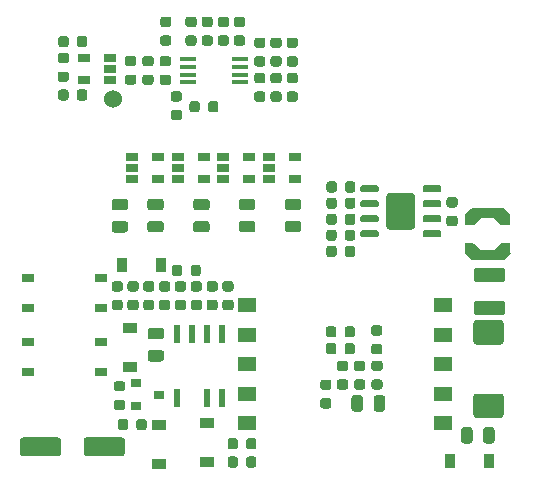
<source format=gbr>
%TF.GenerationSoftware,KiCad,Pcbnew,5.1.9+dfsg1-1~bpo10+1*%
%TF.CreationDate,2022-03-24T11:03:47+03:00*%
%TF.ProjectId,Anemometr,416e656d-6f6d-4657-9472-2e6b69636164,rev?*%
%TF.SameCoordinates,Original*%
%TF.FileFunction,Soldermask,Bot*%
%TF.FilePolarity,Negative*%
%FSLAX46Y46*%
G04 Gerber Fmt 4.6, Leading zero omitted, Abs format (unit mm)*
G04 Created by KiCad (PCBNEW 5.1.9+dfsg1-1~bpo10+1) date 2022-03-24 11:03:47*
%MOMM*%
%LPD*%
G01*
G04 APERTURE LIST*
%ADD10C,0.100000*%
%ADD11R,0.775000X0.890000*%
%ADD12R,2.790000X0.870000*%
%ADD13R,1.060000X0.650000*%
%ADD14R,1.550000X1.270000*%
%ADD15R,1.000000X0.800000*%
%ADD16R,0.900000X0.800000*%
%ADD17R,1.200000X0.900000*%
%ADD18R,0.900000X1.200000*%
%ADD19R,0.600000X1.550000*%
%ADD20C,1.524000*%
%ADD21R,1.450000X0.450000*%
G04 APERTURE END LIST*
D10*
%TO.C,L5*%
G36*
X62171221Y-84047650D02*
G01*
X61618204Y-84610405D01*
X61261579Y-84259950D01*
X61814596Y-83697195D01*
X62171221Y-84047650D01*
G37*
G36*
X61742874Y-83518032D02*
G01*
X61148133Y-84098415D01*
X60798926Y-83740568D01*
X61393667Y-83160185D01*
X61742874Y-83518032D01*
G37*
D11*
X61780900Y-83605300D03*
D10*
G36*
X58828596Y-84610405D02*
G01*
X58275579Y-84047650D01*
X58632204Y-83697195D01*
X59185221Y-84259950D01*
X58828596Y-84610405D01*
G37*
G36*
X59298667Y-84098415D02*
G01*
X58703926Y-83518032D01*
X59053133Y-83160185D01*
X59647874Y-83740568D01*
X59298667Y-84098415D01*
G37*
D11*
X58665900Y-83605300D03*
D12*
X60223400Y-84175300D03*
D10*
G36*
X61393667Y-81660415D02*
G01*
X60798926Y-81080032D01*
X61148133Y-80722185D01*
X61742874Y-81302568D01*
X61393667Y-81660415D01*
G37*
D11*
X61780900Y-81215300D03*
D10*
G36*
X61814596Y-81123405D02*
G01*
X61261579Y-80560650D01*
X61618204Y-80210195D01*
X62171221Y-80772950D01*
X61814596Y-81123405D01*
G37*
G36*
X59185221Y-80560650D02*
G01*
X58632204Y-81123405D01*
X58275579Y-80772950D01*
X58828596Y-80210195D01*
X59185221Y-80560650D01*
G37*
G36*
X59647874Y-81080032D02*
G01*
X59053133Y-81660415D01*
X58703926Y-81302568D01*
X59298667Y-80722185D01*
X59647874Y-81080032D01*
G37*
D11*
X58665900Y-81215300D03*
D12*
X60223400Y-80645300D03*
%TD*%
%TO.C,C54*%
G36*
G01*
X61463500Y-86512100D02*
X59313500Y-86512100D01*
G75*
G02*
X59063500Y-86262100I0J250000D01*
G01*
X59063500Y-85512100D01*
G75*
G02*
X59313500Y-85262100I250000J0D01*
G01*
X61463500Y-85262100D01*
G75*
G02*
X61713500Y-85512100I0J-250000D01*
G01*
X61713500Y-86262100D01*
G75*
G02*
X61463500Y-86512100I-250000J0D01*
G01*
G37*
G36*
G01*
X61463500Y-89312100D02*
X59313500Y-89312100D01*
G75*
G02*
X59063500Y-89062100I0J250000D01*
G01*
X59063500Y-88312100D01*
G75*
G02*
X59313500Y-88062100I250000J0D01*
G01*
X61463500Y-88062100D01*
G75*
G02*
X61713500Y-88312100I0J-250000D01*
G01*
X61713500Y-89062100D01*
G75*
G02*
X61463500Y-89312100I-250000J0D01*
G01*
G37*
%TD*%
%TO.C,R42*%
G36*
G01*
X47440100Y-82268350D02*
X47440100Y-82780850D01*
G75*
G02*
X47221350Y-82999600I-218750J0D01*
G01*
X46783850Y-82999600D01*
G75*
G02*
X46565100Y-82780850I0J218750D01*
G01*
X46565100Y-82268350D01*
G75*
G02*
X46783850Y-82049600I218750J0D01*
G01*
X47221350Y-82049600D01*
G75*
G02*
X47440100Y-82268350I0J-218750D01*
G01*
G37*
G36*
G01*
X49015100Y-82268350D02*
X49015100Y-82780850D01*
G75*
G02*
X48796350Y-82999600I-218750J0D01*
G01*
X48358850Y-82999600D01*
G75*
G02*
X48140100Y-82780850I0J218750D01*
G01*
X48140100Y-82268350D01*
G75*
G02*
X48358850Y-82049600I218750J0D01*
G01*
X48796350Y-82049600D01*
G75*
G02*
X49015100Y-82268350I0J-218750D01*
G01*
G37*
%TD*%
%TO.C,R41*%
G36*
G01*
X47452800Y-80922150D02*
X47452800Y-81434650D01*
G75*
G02*
X47234050Y-81653400I-218750J0D01*
G01*
X46796550Y-81653400D01*
G75*
G02*
X46577800Y-81434650I0J218750D01*
G01*
X46577800Y-80922150D01*
G75*
G02*
X46796550Y-80703400I218750J0D01*
G01*
X47234050Y-80703400D01*
G75*
G02*
X47452800Y-80922150I0J-218750D01*
G01*
G37*
G36*
G01*
X49027800Y-80922150D02*
X49027800Y-81434650D01*
G75*
G02*
X48809050Y-81653400I-218750J0D01*
G01*
X48371550Y-81653400D01*
G75*
G02*
X48152800Y-81434650I0J218750D01*
G01*
X48152800Y-80922150D01*
G75*
G02*
X48371550Y-80703400I218750J0D01*
G01*
X48809050Y-80703400D01*
G75*
G02*
X49027800Y-80922150I0J-218750D01*
G01*
G37*
%TD*%
%TO.C,D17*%
G36*
G01*
X54720100Y-82560300D02*
X54720100Y-82260300D01*
G75*
G02*
X54870100Y-82110300I150000J0D01*
G01*
X56170100Y-82110300D01*
G75*
G02*
X56320100Y-82260300I0J-150000D01*
G01*
X56320100Y-82560300D01*
G75*
G02*
X56170100Y-82710300I-150000J0D01*
G01*
X54870100Y-82710300D01*
G75*
G02*
X54720100Y-82560300I0J150000D01*
G01*
G37*
G36*
G01*
X54720100Y-81290300D02*
X54720100Y-80990300D01*
G75*
G02*
X54870100Y-80840300I150000J0D01*
G01*
X56170100Y-80840300D01*
G75*
G02*
X56320100Y-80990300I0J-150000D01*
G01*
X56320100Y-81290300D01*
G75*
G02*
X56170100Y-81440300I-150000J0D01*
G01*
X54870100Y-81440300D01*
G75*
G02*
X54720100Y-81290300I0J150000D01*
G01*
G37*
G36*
G01*
X54720100Y-80020300D02*
X54720100Y-79720300D01*
G75*
G02*
X54870100Y-79570300I150000J0D01*
G01*
X56170100Y-79570300D01*
G75*
G02*
X56320100Y-79720300I0J-150000D01*
G01*
X56320100Y-80020300D01*
G75*
G02*
X56170100Y-80170300I-150000J0D01*
G01*
X54870100Y-80170300D01*
G75*
G02*
X54720100Y-80020300I0J150000D01*
G01*
G37*
G36*
G01*
X54720100Y-78750300D02*
X54720100Y-78450300D01*
G75*
G02*
X54870100Y-78300300I150000J0D01*
G01*
X56170100Y-78300300D01*
G75*
G02*
X56320100Y-78450300I0J-150000D01*
G01*
X56320100Y-78750300D01*
G75*
G02*
X56170100Y-78900300I-150000J0D01*
G01*
X54870100Y-78900300D01*
G75*
G02*
X54720100Y-78750300I0J150000D01*
G01*
G37*
G36*
G01*
X49420100Y-78750300D02*
X49420100Y-78450300D01*
G75*
G02*
X49570100Y-78300300I150000J0D01*
G01*
X50870100Y-78300300D01*
G75*
G02*
X51020100Y-78450300I0J-150000D01*
G01*
X51020100Y-78750300D01*
G75*
G02*
X50870100Y-78900300I-150000J0D01*
G01*
X49570100Y-78900300D01*
G75*
G02*
X49420100Y-78750300I0J150000D01*
G01*
G37*
G36*
G01*
X49420100Y-80020300D02*
X49420100Y-79720300D01*
G75*
G02*
X49570100Y-79570300I150000J0D01*
G01*
X50870100Y-79570300D01*
G75*
G02*
X51020100Y-79720300I0J-150000D01*
G01*
X51020100Y-80020300D01*
G75*
G02*
X50870100Y-80170300I-150000J0D01*
G01*
X49570100Y-80170300D01*
G75*
G02*
X49420100Y-80020300I0J150000D01*
G01*
G37*
G36*
G01*
X49420100Y-81290300D02*
X49420100Y-80990300D01*
G75*
G02*
X49570100Y-80840300I150000J0D01*
G01*
X50870100Y-80840300D01*
G75*
G02*
X51020100Y-80990300I0J-150000D01*
G01*
X51020100Y-81290300D01*
G75*
G02*
X50870100Y-81440300I-150000J0D01*
G01*
X49570100Y-81440300D01*
G75*
G02*
X49420100Y-81290300I0J150000D01*
G01*
G37*
G36*
G01*
X49420100Y-82560300D02*
X49420100Y-82260300D01*
G75*
G02*
X49570100Y-82110300I150000J0D01*
G01*
X50870100Y-82110300D01*
G75*
G02*
X51020100Y-82260300I0J-150000D01*
G01*
X51020100Y-82560300D01*
G75*
G02*
X50870100Y-82710300I-150000J0D01*
G01*
X49570100Y-82710300D01*
G75*
G02*
X49420100Y-82560300I0J150000D01*
G01*
G37*
G36*
G01*
X51665100Y-81805302D02*
X51665100Y-79205298D01*
G75*
G02*
X51915098Y-78955300I249998J0D01*
G01*
X53825102Y-78955300D01*
G75*
G02*
X54075100Y-79205298I0J-249998D01*
G01*
X54075100Y-81805302D01*
G75*
G02*
X53825102Y-82055300I-249998J0D01*
G01*
X51915098Y-82055300D01*
G75*
G02*
X51665100Y-81805302I0J249998D01*
G01*
G37*
%TD*%
%TO.C,C57*%
G36*
G01*
X48140100Y-84152450D02*
X48140100Y-83639950D01*
G75*
G02*
X48358850Y-83421200I218750J0D01*
G01*
X48796350Y-83421200D01*
G75*
G02*
X49015100Y-83639950I0J-218750D01*
G01*
X49015100Y-84152450D01*
G75*
G02*
X48796350Y-84371200I-218750J0D01*
G01*
X48358850Y-84371200D01*
G75*
G02*
X48140100Y-84152450I0J218750D01*
G01*
G37*
G36*
G01*
X46565100Y-84152450D02*
X46565100Y-83639950D01*
G75*
G02*
X46783850Y-83421200I218750J0D01*
G01*
X47221350Y-83421200D01*
G75*
G02*
X47440100Y-83639950I0J-218750D01*
G01*
X47440100Y-84152450D01*
G75*
G02*
X47221350Y-84371200I-218750J0D01*
G01*
X46783850Y-84371200D01*
G75*
G02*
X46565100Y-84152450I0J218750D01*
G01*
G37*
%TD*%
%TO.C,C55*%
G36*
G01*
X29551950Y-80423600D02*
X28639450Y-80423600D01*
G75*
G02*
X28395700Y-80179850I0J243750D01*
G01*
X28395700Y-79692350D01*
G75*
G02*
X28639450Y-79448600I243750J0D01*
G01*
X29551950Y-79448600D01*
G75*
G02*
X29795700Y-79692350I0J-243750D01*
G01*
X29795700Y-80179850D01*
G75*
G02*
X29551950Y-80423600I-243750J0D01*
G01*
G37*
G36*
G01*
X29551950Y-82298600D02*
X28639450Y-82298600D01*
G75*
G02*
X28395700Y-82054850I0J243750D01*
G01*
X28395700Y-81567350D01*
G75*
G02*
X28639450Y-81323600I243750J0D01*
G01*
X29551950Y-81323600D01*
G75*
G02*
X29795700Y-81567350I0J-243750D01*
G01*
X29795700Y-82054850D01*
G75*
G02*
X29551950Y-82298600I-243750J0D01*
G01*
G37*
%TD*%
%TO.C,C53*%
G36*
G01*
X57469750Y-80180700D02*
X56957250Y-80180700D01*
G75*
G02*
X56738500Y-79961950I0J218750D01*
G01*
X56738500Y-79524450D01*
G75*
G02*
X56957250Y-79305700I218750J0D01*
G01*
X57469750Y-79305700D01*
G75*
G02*
X57688500Y-79524450I0J-218750D01*
G01*
X57688500Y-79961950D01*
G75*
G02*
X57469750Y-80180700I-218750J0D01*
G01*
G37*
G36*
G01*
X57469750Y-81755700D02*
X56957250Y-81755700D01*
G75*
G02*
X56738500Y-81536950I0J218750D01*
G01*
X56738500Y-81099450D01*
G75*
G02*
X56957250Y-80880700I218750J0D01*
G01*
X57469750Y-80880700D01*
G75*
G02*
X57688500Y-81099450I0J-218750D01*
G01*
X57688500Y-81536950D01*
G75*
G02*
X57469750Y-81755700I-218750J0D01*
G01*
G37*
%TD*%
%TO.C,C52*%
G36*
G01*
X48152800Y-78691450D02*
X48152800Y-78178950D01*
G75*
G02*
X48371550Y-77960200I218750J0D01*
G01*
X48809050Y-77960200D01*
G75*
G02*
X49027800Y-78178950I0J-218750D01*
G01*
X49027800Y-78691450D01*
G75*
G02*
X48809050Y-78910200I-218750J0D01*
G01*
X48371550Y-78910200D01*
G75*
G02*
X48152800Y-78691450I0J218750D01*
G01*
G37*
G36*
G01*
X46577800Y-78691450D02*
X46577800Y-78178950D01*
G75*
G02*
X46796550Y-77960200I218750J0D01*
G01*
X47234050Y-77960200D01*
G75*
G02*
X47452800Y-78178950I0J-218750D01*
G01*
X47452800Y-78691450D01*
G75*
G02*
X47234050Y-78910200I-218750J0D01*
G01*
X46796550Y-78910200D01*
G75*
G02*
X46577800Y-78691450I0J218750D01*
G01*
G37*
%TD*%
%TO.C,C32*%
G36*
G01*
X48152800Y-80063050D02*
X48152800Y-79550550D01*
G75*
G02*
X48371550Y-79331800I218750J0D01*
G01*
X48809050Y-79331800D01*
G75*
G02*
X49027800Y-79550550I0J-218750D01*
G01*
X49027800Y-80063050D01*
G75*
G02*
X48809050Y-80281800I-218750J0D01*
G01*
X48371550Y-80281800D01*
G75*
G02*
X48152800Y-80063050I0J218750D01*
G01*
G37*
G36*
G01*
X46577800Y-80063050D02*
X46577800Y-79550550D01*
G75*
G02*
X46796550Y-79331800I218750J0D01*
G01*
X47234050Y-79331800D01*
G75*
G02*
X47452800Y-79550550I0J-218750D01*
G01*
X47452800Y-80063050D01*
G75*
G02*
X47234050Y-80281800I-218750J0D01*
G01*
X46796550Y-80281800D01*
G75*
G02*
X46577800Y-80063050I0J218750D01*
G01*
G37*
%TD*%
%TO.C,C30*%
G36*
G01*
X59847900Y-99922650D02*
X59847900Y-99010150D01*
G75*
G02*
X60091650Y-98766400I243750J0D01*
G01*
X60579150Y-98766400D01*
G75*
G02*
X60822900Y-99010150I0J-243750D01*
G01*
X60822900Y-99922650D01*
G75*
G02*
X60579150Y-100166400I-243750J0D01*
G01*
X60091650Y-100166400D01*
G75*
G02*
X59847900Y-99922650I0J243750D01*
G01*
G37*
G36*
G01*
X57972900Y-99922650D02*
X57972900Y-99010150D01*
G75*
G02*
X58216650Y-98766400I243750J0D01*
G01*
X58704150Y-98766400D01*
G75*
G02*
X58947900Y-99010150I0J-243750D01*
G01*
X58947900Y-99922650D01*
G75*
G02*
X58704150Y-100166400I-243750J0D01*
G01*
X58216650Y-100166400D01*
G75*
G02*
X57972900Y-99922650I0J243750D01*
G01*
G37*
%TD*%
D13*
%TO.C,U2*%
X30091200Y-77759600D03*
X30091200Y-76809600D03*
X30091200Y-75859600D03*
X32291200Y-75859600D03*
X32291200Y-77759600D03*
%TD*%
%TO.C,C50*%
G36*
G01*
X61324600Y-98003000D02*
X59274600Y-98003000D01*
G75*
G02*
X59024600Y-97753000I0J250000D01*
G01*
X59024600Y-96178000D01*
G75*
G02*
X59274600Y-95928000I250000J0D01*
G01*
X61324600Y-95928000D01*
G75*
G02*
X61574600Y-96178000I0J-250000D01*
G01*
X61574600Y-97753000D01*
G75*
G02*
X61324600Y-98003000I-250000J0D01*
G01*
G37*
G36*
G01*
X61324600Y-91778000D02*
X59274600Y-91778000D01*
G75*
G02*
X59024600Y-91528000I0J250000D01*
G01*
X59024600Y-89953000D01*
G75*
G02*
X59274600Y-89703000I250000J0D01*
G01*
X61324600Y-89703000D01*
G75*
G02*
X61574600Y-89953000I0J-250000D01*
G01*
X61574600Y-91528000D01*
G75*
G02*
X61324600Y-91778000I-250000J0D01*
G01*
G37*
%TD*%
%TO.C,R24*%
G36*
G01*
X29313850Y-97325900D02*
X28801350Y-97325900D01*
G75*
G02*
X28582600Y-97107150I0J218750D01*
G01*
X28582600Y-96669650D01*
G75*
G02*
X28801350Y-96450900I218750J0D01*
G01*
X29313850Y-96450900D01*
G75*
G02*
X29532600Y-96669650I0J-218750D01*
G01*
X29532600Y-97107150D01*
G75*
G02*
X29313850Y-97325900I-218750J0D01*
G01*
G37*
G36*
G01*
X29313850Y-95750900D02*
X28801350Y-95750900D01*
G75*
G02*
X28582600Y-95532150I0J218750D01*
G01*
X28582600Y-95094650D01*
G75*
G02*
X28801350Y-94875900I218750J0D01*
G01*
X29313850Y-94875900D01*
G75*
G02*
X29532600Y-95094650I0J-218750D01*
G01*
X29532600Y-95532150D01*
G75*
G02*
X29313850Y-95750900I-218750J0D01*
G01*
G37*
%TD*%
D14*
%TO.C,D14*%
X39875700Y-98433900D03*
X39875700Y-95933900D03*
X39875700Y-93433900D03*
X39875700Y-90933900D03*
X39875700Y-88433900D03*
X56415700Y-88433900D03*
X56415700Y-90933900D03*
X56415700Y-93433900D03*
X56415700Y-95933900D03*
X56415700Y-98433900D03*
%TD*%
%TO.C,R21*%
G36*
G01*
X33966618Y-86417700D02*
X34479118Y-86417700D01*
G75*
G02*
X34697868Y-86636450I0J-218750D01*
G01*
X34697868Y-87073950D01*
G75*
G02*
X34479118Y-87292700I-218750J0D01*
G01*
X33966618Y-87292700D01*
G75*
G02*
X33747868Y-87073950I0J218750D01*
G01*
X33747868Y-86636450D01*
G75*
G02*
X33966618Y-86417700I218750J0D01*
G01*
G37*
G36*
G01*
X33966618Y-87992700D02*
X34479118Y-87992700D01*
G75*
G02*
X34697868Y-88211450I0J-218750D01*
G01*
X34697868Y-88648950D01*
G75*
G02*
X34479118Y-88867700I-218750J0D01*
G01*
X33966618Y-88867700D01*
G75*
G02*
X33747868Y-88648950I0J218750D01*
G01*
X33747868Y-88211450D01*
G75*
G02*
X33966618Y-87992700I218750J0D01*
G01*
G37*
%TD*%
%TO.C,R28*%
G36*
G01*
X38495944Y-88867700D02*
X37983444Y-88867700D01*
G75*
G02*
X37764694Y-88648950I0J218750D01*
G01*
X37764694Y-88211450D01*
G75*
G02*
X37983444Y-87992700I218750J0D01*
G01*
X38495944Y-87992700D01*
G75*
G02*
X38714694Y-88211450I0J-218750D01*
G01*
X38714694Y-88648950D01*
G75*
G02*
X38495944Y-88867700I-218750J0D01*
G01*
G37*
G36*
G01*
X38495944Y-87292700D02*
X37983444Y-87292700D01*
G75*
G02*
X37764694Y-87073950I0J218750D01*
G01*
X37764694Y-86636450D01*
G75*
G02*
X37983444Y-86417700I218750J0D01*
G01*
X38495944Y-86417700D01*
G75*
G02*
X38714694Y-86636450I0J-218750D01*
G01*
X38714694Y-87073950D01*
G75*
G02*
X38495944Y-87292700I-218750J0D01*
G01*
G37*
%TD*%
%TO.C,R22*%
G36*
G01*
X35818060Y-88867700D02*
X35305560Y-88867700D01*
G75*
G02*
X35086810Y-88648950I0J218750D01*
G01*
X35086810Y-88211450D01*
G75*
G02*
X35305560Y-87992700I218750J0D01*
G01*
X35818060Y-87992700D01*
G75*
G02*
X36036810Y-88211450I0J-218750D01*
G01*
X36036810Y-88648950D01*
G75*
G02*
X35818060Y-88867700I-218750J0D01*
G01*
G37*
G36*
G01*
X35818060Y-87292700D02*
X35305560Y-87292700D01*
G75*
G02*
X35086810Y-87073950I0J218750D01*
G01*
X35086810Y-86636450D01*
G75*
G02*
X35305560Y-86417700I218750J0D01*
G01*
X35818060Y-86417700D01*
G75*
G02*
X36036810Y-86636450I0J-218750D01*
G01*
X36036810Y-87073950D01*
G75*
G02*
X35818060Y-87292700I-218750J0D01*
G01*
G37*
%TD*%
D15*
%TO.C,D15*%
X21309000Y-88684100D03*
X21309000Y-86144100D03*
X27459000Y-86144100D03*
X27459000Y-88684100D03*
%TD*%
%TO.C,R30*%
G36*
G01*
X28610850Y-86417700D02*
X29123350Y-86417700D01*
G75*
G02*
X29342100Y-86636450I0J-218750D01*
G01*
X29342100Y-87073950D01*
G75*
G02*
X29123350Y-87292700I-218750J0D01*
G01*
X28610850Y-87292700D01*
G75*
G02*
X28392100Y-87073950I0J218750D01*
G01*
X28392100Y-86636450D01*
G75*
G02*
X28610850Y-86417700I218750J0D01*
G01*
G37*
G36*
G01*
X28610850Y-87992700D02*
X29123350Y-87992700D01*
G75*
G02*
X29342100Y-88211450I0J-218750D01*
G01*
X29342100Y-88648950D01*
G75*
G02*
X29123350Y-88867700I-218750J0D01*
G01*
X28610850Y-88867700D01*
G75*
G02*
X28392100Y-88648950I0J218750D01*
G01*
X28392100Y-88211450D01*
G75*
G02*
X28610850Y-87992700I218750J0D01*
G01*
G37*
%TD*%
%TO.C,R23*%
G36*
G01*
X28912100Y-98808250D02*
X28912100Y-98295750D01*
G75*
G02*
X29130850Y-98077000I218750J0D01*
G01*
X29568350Y-98077000D01*
G75*
G02*
X29787100Y-98295750I0J-218750D01*
G01*
X29787100Y-98808250D01*
G75*
G02*
X29568350Y-99027000I-218750J0D01*
G01*
X29130850Y-99027000D01*
G75*
G02*
X28912100Y-98808250I0J218750D01*
G01*
G37*
G36*
G01*
X30487100Y-98808250D02*
X30487100Y-98295750D01*
G75*
G02*
X30705850Y-98077000I218750J0D01*
G01*
X31143350Y-98077000D01*
G75*
G02*
X31362100Y-98295750I0J-218750D01*
G01*
X31362100Y-98808250D01*
G75*
G02*
X31143350Y-99027000I-218750J0D01*
G01*
X30705850Y-99027000D01*
G75*
G02*
X30487100Y-98808250I0J218750D01*
G01*
G37*
%TD*%
D16*
%TO.C,Q1*%
X30419800Y-96962000D03*
X30419800Y-95062000D03*
X32419800Y-96012000D03*
%TD*%
D17*
%TO.C,D9*%
X29984700Y-93648800D03*
X29984700Y-90348800D03*
%TD*%
%TO.C,D6*%
X32435800Y-101853000D03*
X32435800Y-98553000D03*
%TD*%
%TO.C,C29*%
G36*
G01*
X37157002Y-88867700D02*
X36644502Y-88867700D01*
G75*
G02*
X36425752Y-88648950I0J218750D01*
G01*
X36425752Y-88211450D01*
G75*
G02*
X36644502Y-87992700I218750J0D01*
G01*
X37157002Y-87992700D01*
G75*
G02*
X37375752Y-88211450I0J-218750D01*
G01*
X37375752Y-88648950D01*
G75*
G02*
X37157002Y-88867700I-218750J0D01*
G01*
G37*
G36*
G01*
X37157002Y-87292700D02*
X36644502Y-87292700D01*
G75*
G02*
X36425752Y-87073950I0J218750D01*
G01*
X36425752Y-86636450D01*
G75*
G02*
X36644502Y-86417700I218750J0D01*
G01*
X37157002Y-86417700D01*
G75*
G02*
X37375752Y-86636450I0J-218750D01*
G01*
X37375752Y-87073950D01*
G75*
G02*
X37157002Y-87292700I-218750J0D01*
G01*
G37*
%TD*%
%TO.C,C19*%
G36*
G01*
X20619800Y-100994300D02*
X20619800Y-99894300D01*
G75*
G02*
X20869800Y-99644300I250000J0D01*
G01*
X23869800Y-99644300D01*
G75*
G02*
X24119800Y-99894300I0J-250000D01*
G01*
X24119800Y-100994300D01*
G75*
G02*
X23869800Y-101244300I-250000J0D01*
G01*
X20869800Y-101244300D01*
G75*
G02*
X20619800Y-100994300I0J250000D01*
G01*
G37*
G36*
G01*
X26019800Y-100994300D02*
X26019800Y-99894300D01*
G75*
G02*
X26269800Y-99644300I250000J0D01*
G01*
X29269800Y-99644300D01*
G75*
G02*
X29519800Y-99894300I0J-250000D01*
G01*
X29519800Y-100994300D01*
G75*
G02*
X29269800Y-101244300I-250000J0D01*
G01*
X26269800Y-101244300D01*
G75*
G02*
X26019800Y-100994300I0J250000D01*
G01*
G37*
%TD*%
%TO.C,R16*%
G36*
G01*
X33614650Y-70326800D02*
X34127150Y-70326800D01*
G75*
G02*
X34345900Y-70545550I0J-218750D01*
G01*
X34345900Y-70983050D01*
G75*
G02*
X34127150Y-71201800I-218750J0D01*
G01*
X33614650Y-71201800D01*
G75*
G02*
X33395900Y-70983050I0J218750D01*
G01*
X33395900Y-70545550D01*
G75*
G02*
X33614650Y-70326800I218750J0D01*
G01*
G37*
G36*
G01*
X33614650Y-71901800D02*
X34127150Y-71901800D01*
G75*
G02*
X34345900Y-72120550I0J-218750D01*
G01*
X34345900Y-72558050D01*
G75*
G02*
X34127150Y-72776800I-218750J0D01*
G01*
X33614650Y-72776800D01*
G75*
G02*
X33395900Y-72558050I0J218750D01*
G01*
X33395900Y-72120550D01*
G75*
G02*
X33614650Y-71901800I218750J0D01*
G01*
G37*
%TD*%
%TO.C,R39*%
G36*
G01*
X23870200Y-70906350D02*
X23870200Y-70393850D01*
G75*
G02*
X24088950Y-70175100I218750J0D01*
G01*
X24526450Y-70175100D01*
G75*
G02*
X24745200Y-70393850I0J-218750D01*
G01*
X24745200Y-70906350D01*
G75*
G02*
X24526450Y-71125100I-218750J0D01*
G01*
X24088950Y-71125100D01*
G75*
G02*
X23870200Y-70906350I0J218750D01*
G01*
G37*
G36*
G01*
X25445200Y-70906350D02*
X25445200Y-70393850D01*
G75*
G02*
X25663950Y-70175100I218750J0D01*
G01*
X26101450Y-70175100D01*
G75*
G02*
X26320200Y-70393850I0J-218750D01*
G01*
X26320200Y-70906350D01*
G75*
G02*
X26101450Y-71125100I-218750J0D01*
G01*
X25663950Y-71125100D01*
G75*
G02*
X25445200Y-70906350I0J218750D01*
G01*
G37*
%TD*%
%TO.C,R37*%
G36*
G01*
X30253650Y-69792300D02*
X29741150Y-69792300D01*
G75*
G02*
X29522400Y-69573550I0J218750D01*
G01*
X29522400Y-69136050D01*
G75*
G02*
X29741150Y-68917300I218750J0D01*
G01*
X30253650Y-68917300D01*
G75*
G02*
X30472400Y-69136050I0J-218750D01*
G01*
X30472400Y-69573550D01*
G75*
G02*
X30253650Y-69792300I-218750J0D01*
G01*
G37*
G36*
G01*
X30253650Y-68217300D02*
X29741150Y-68217300D01*
G75*
G02*
X29522400Y-67998550I0J218750D01*
G01*
X29522400Y-67561050D01*
G75*
G02*
X29741150Y-67342300I218750J0D01*
G01*
X30253650Y-67342300D01*
G75*
G02*
X30472400Y-67561050I0J-218750D01*
G01*
X30472400Y-67998550D01*
G75*
G02*
X30253650Y-68217300I-218750J0D01*
G01*
G37*
%TD*%
%TO.C,R31*%
G36*
G01*
X32725650Y-64027600D02*
X33238150Y-64027600D01*
G75*
G02*
X33456900Y-64246350I0J-218750D01*
G01*
X33456900Y-64683850D01*
G75*
G02*
X33238150Y-64902600I-218750J0D01*
G01*
X32725650Y-64902600D01*
G75*
G02*
X32506900Y-64683850I0J218750D01*
G01*
X32506900Y-64246350D01*
G75*
G02*
X32725650Y-64027600I218750J0D01*
G01*
G37*
G36*
G01*
X32725650Y-65602600D02*
X33238150Y-65602600D01*
G75*
G02*
X33456900Y-65821350I0J-218750D01*
G01*
X33456900Y-66258850D01*
G75*
G02*
X33238150Y-66477600I-218750J0D01*
G01*
X32725650Y-66477600D01*
G75*
G02*
X32506900Y-66258850I0J218750D01*
G01*
X32506900Y-65821350D01*
G75*
G02*
X32725650Y-65602600I218750J0D01*
G01*
G37*
%TD*%
%TO.C,R17*%
G36*
G01*
X42572650Y-71227400D02*
X42060150Y-71227400D01*
G75*
G02*
X41841400Y-71008650I0J218750D01*
G01*
X41841400Y-70571150D01*
G75*
G02*
X42060150Y-70352400I218750J0D01*
G01*
X42572650Y-70352400D01*
G75*
G02*
X42791400Y-70571150I0J-218750D01*
G01*
X42791400Y-71008650D01*
G75*
G02*
X42572650Y-71227400I-218750J0D01*
G01*
G37*
G36*
G01*
X42572650Y-69652400D02*
X42060150Y-69652400D01*
G75*
G02*
X41841400Y-69433650I0J218750D01*
G01*
X41841400Y-68996150D01*
G75*
G02*
X42060150Y-68777400I218750J0D01*
G01*
X42572650Y-68777400D01*
G75*
G02*
X42791400Y-68996150I0J-218750D01*
G01*
X42791400Y-69433650D01*
G75*
G02*
X42572650Y-69652400I-218750J0D01*
G01*
G37*
%TD*%
%TO.C,R13*%
G36*
G01*
X43944250Y-71227400D02*
X43431750Y-71227400D01*
G75*
G02*
X43213000Y-71008650I0J218750D01*
G01*
X43213000Y-70571150D01*
G75*
G02*
X43431750Y-70352400I218750J0D01*
G01*
X43944250Y-70352400D01*
G75*
G02*
X44163000Y-70571150I0J-218750D01*
G01*
X44163000Y-71008650D01*
G75*
G02*
X43944250Y-71227400I-218750J0D01*
G01*
G37*
G36*
G01*
X43944250Y-69652400D02*
X43431750Y-69652400D01*
G75*
G02*
X43213000Y-69433650I0J218750D01*
G01*
X43213000Y-68996150D01*
G75*
G02*
X43431750Y-68777400I218750J0D01*
G01*
X43944250Y-68777400D01*
G75*
G02*
X44163000Y-68996150I0J-218750D01*
G01*
X44163000Y-69433650D01*
G75*
G02*
X43944250Y-69652400I-218750J0D01*
G01*
G37*
%TD*%
%TO.C,R29*%
G36*
G01*
X37593982Y-64027600D02*
X38106482Y-64027600D01*
G75*
G02*
X38325232Y-64246350I0J-218750D01*
G01*
X38325232Y-64683850D01*
G75*
G02*
X38106482Y-64902600I-218750J0D01*
G01*
X37593982Y-64902600D01*
G75*
G02*
X37375232Y-64683850I0J218750D01*
G01*
X37375232Y-64246350D01*
G75*
G02*
X37593982Y-64027600I218750J0D01*
G01*
G37*
G36*
G01*
X37593982Y-65602600D02*
X38106482Y-65602600D01*
G75*
G02*
X38325232Y-65821350I0J-218750D01*
G01*
X38325232Y-66258850D01*
G75*
G02*
X38106482Y-66477600I-218750J0D01*
G01*
X37593982Y-66477600D01*
G75*
G02*
X37375232Y-66258850I0J218750D01*
G01*
X37375232Y-65821350D01*
G75*
G02*
X37593982Y-65602600I218750J0D01*
G01*
G37*
%TD*%
%TO.C,R20*%
G36*
G01*
X42060150Y-65795200D02*
X42572650Y-65795200D01*
G75*
G02*
X42791400Y-66013950I0J-218750D01*
G01*
X42791400Y-66451450D01*
G75*
G02*
X42572650Y-66670200I-218750J0D01*
G01*
X42060150Y-66670200D01*
G75*
G02*
X41841400Y-66451450I0J218750D01*
G01*
X41841400Y-66013950D01*
G75*
G02*
X42060150Y-65795200I218750J0D01*
G01*
G37*
G36*
G01*
X42060150Y-67370200D02*
X42572650Y-67370200D01*
G75*
G02*
X42791400Y-67588950I0J-218750D01*
G01*
X42791400Y-68026450D01*
G75*
G02*
X42572650Y-68245200I-218750J0D01*
G01*
X42060150Y-68245200D01*
G75*
G02*
X41841400Y-68026450I0J218750D01*
G01*
X41841400Y-67588950D01*
G75*
G02*
X42060150Y-67370200I218750J0D01*
G01*
G37*
%TD*%
%TO.C,R25*%
G36*
G01*
X40688550Y-65795200D02*
X41201050Y-65795200D01*
G75*
G02*
X41419800Y-66013950I0J-218750D01*
G01*
X41419800Y-66451450D01*
G75*
G02*
X41201050Y-66670200I-218750J0D01*
G01*
X40688550Y-66670200D01*
G75*
G02*
X40469800Y-66451450I0J218750D01*
G01*
X40469800Y-66013950D01*
G75*
G02*
X40688550Y-65795200I218750J0D01*
G01*
G37*
G36*
G01*
X40688550Y-67370200D02*
X41201050Y-67370200D01*
G75*
G02*
X41419800Y-67588950I0J-218750D01*
G01*
X41419800Y-68026450D01*
G75*
G02*
X41201050Y-68245200I-218750J0D01*
G01*
X40688550Y-68245200D01*
G75*
G02*
X40469800Y-68026450I0J218750D01*
G01*
X40469800Y-67588950D01*
G75*
G02*
X40688550Y-67370200I218750J0D01*
G01*
G37*
%TD*%
%TO.C,R38*%
G36*
G01*
X24051550Y-67088300D02*
X24564050Y-67088300D01*
G75*
G02*
X24782800Y-67307050I0J-218750D01*
G01*
X24782800Y-67744550D01*
G75*
G02*
X24564050Y-67963300I-218750J0D01*
G01*
X24051550Y-67963300D01*
G75*
G02*
X23832800Y-67744550I0J218750D01*
G01*
X23832800Y-67307050D01*
G75*
G02*
X24051550Y-67088300I218750J0D01*
G01*
G37*
G36*
G01*
X24051550Y-68663300D02*
X24564050Y-68663300D01*
G75*
G02*
X24782800Y-68882050I0J-218750D01*
G01*
X24782800Y-69319550D01*
G75*
G02*
X24564050Y-69538300I-218750J0D01*
G01*
X24051550Y-69538300D01*
G75*
G02*
X23832800Y-69319550I0J218750D01*
G01*
X23832800Y-68882050D01*
G75*
G02*
X24051550Y-68663300I218750J0D01*
G01*
G37*
%TD*%
%TO.C,R33*%
G36*
G01*
X33200050Y-69805000D02*
X32687550Y-69805000D01*
G75*
G02*
X32468800Y-69586250I0J218750D01*
G01*
X32468800Y-69148750D01*
G75*
G02*
X32687550Y-68930000I218750J0D01*
G01*
X33200050Y-68930000D01*
G75*
G02*
X33418800Y-69148750I0J-218750D01*
G01*
X33418800Y-69586250D01*
G75*
G02*
X33200050Y-69805000I-218750J0D01*
G01*
G37*
G36*
G01*
X33200050Y-68230000D02*
X32687550Y-68230000D01*
G75*
G02*
X32468800Y-68011250I0J218750D01*
G01*
X32468800Y-67573750D01*
G75*
G02*
X32687550Y-67355000I218750J0D01*
G01*
X33200050Y-67355000D01*
G75*
G02*
X33418800Y-67573750I0J-218750D01*
G01*
X33418800Y-68011250D01*
G75*
G02*
X33200050Y-68230000I-218750J0D01*
G01*
G37*
%TD*%
%TO.C,C21*%
G36*
G01*
X41201050Y-71227400D02*
X40688550Y-71227400D01*
G75*
G02*
X40469800Y-71008650I0J218750D01*
G01*
X40469800Y-70571150D01*
G75*
G02*
X40688550Y-70352400I218750J0D01*
G01*
X41201050Y-70352400D01*
G75*
G02*
X41419800Y-70571150I0J-218750D01*
G01*
X41419800Y-71008650D01*
G75*
G02*
X41201050Y-71227400I-218750J0D01*
G01*
G37*
G36*
G01*
X41201050Y-69652400D02*
X40688550Y-69652400D01*
G75*
G02*
X40469800Y-69433650I0J218750D01*
G01*
X40469800Y-68996150D01*
G75*
G02*
X40688550Y-68777400I218750J0D01*
G01*
X41201050Y-68777400D01*
G75*
G02*
X41419800Y-68996150I0J-218750D01*
G01*
X41419800Y-69433650D01*
G75*
G02*
X41201050Y-69652400I-218750J0D01*
G01*
G37*
%TD*%
%TO.C,C41*%
G36*
G01*
X36226616Y-64027600D02*
X36739116Y-64027600D01*
G75*
G02*
X36957866Y-64246350I0J-218750D01*
G01*
X36957866Y-64683850D01*
G75*
G02*
X36739116Y-64902600I-218750J0D01*
G01*
X36226616Y-64902600D01*
G75*
G02*
X36007866Y-64683850I0J218750D01*
G01*
X36007866Y-64246350D01*
G75*
G02*
X36226616Y-64027600I218750J0D01*
G01*
G37*
G36*
G01*
X36226616Y-65602600D02*
X36739116Y-65602600D01*
G75*
G02*
X36957866Y-65821350I0J-218750D01*
G01*
X36957866Y-66258850D01*
G75*
G02*
X36739116Y-66477600I-218750J0D01*
G01*
X36226616Y-66477600D01*
G75*
G02*
X36007866Y-66258850I0J218750D01*
G01*
X36007866Y-65821350D01*
G75*
G02*
X36226616Y-65602600I218750J0D01*
G01*
G37*
%TD*%
%TO.C,C34*%
G36*
G01*
X38961348Y-64027600D02*
X39473848Y-64027600D01*
G75*
G02*
X39692598Y-64246350I0J-218750D01*
G01*
X39692598Y-64683850D01*
G75*
G02*
X39473848Y-64902600I-218750J0D01*
G01*
X38961348Y-64902600D01*
G75*
G02*
X38742598Y-64683850I0J218750D01*
G01*
X38742598Y-64246350D01*
G75*
G02*
X38961348Y-64027600I218750J0D01*
G01*
G37*
G36*
G01*
X38961348Y-65602600D02*
X39473848Y-65602600D01*
G75*
G02*
X39692598Y-65821350I0J-218750D01*
G01*
X39692598Y-66258850D01*
G75*
G02*
X39473848Y-66477600I-218750J0D01*
G01*
X38961348Y-66477600D01*
G75*
G02*
X38742598Y-66258850I0J218750D01*
G01*
X38742598Y-65821350D01*
G75*
G02*
X38961348Y-65602600I218750J0D01*
G01*
G37*
%TD*%
%TO.C,C47*%
G36*
G01*
X31214350Y-67342300D02*
X31726850Y-67342300D01*
G75*
G02*
X31945600Y-67561050I0J-218750D01*
G01*
X31945600Y-67998550D01*
G75*
G02*
X31726850Y-68217300I-218750J0D01*
G01*
X31214350Y-68217300D01*
G75*
G02*
X30995600Y-67998550I0J218750D01*
G01*
X30995600Y-67561050D01*
G75*
G02*
X31214350Y-67342300I218750J0D01*
G01*
G37*
G36*
G01*
X31214350Y-68917300D02*
X31726850Y-68917300D01*
G75*
G02*
X31945600Y-69136050I0J-218750D01*
G01*
X31945600Y-69573550D01*
G75*
G02*
X31726850Y-69792300I-218750J0D01*
G01*
X31214350Y-69792300D01*
G75*
G02*
X30995600Y-69573550I0J218750D01*
G01*
X30995600Y-69136050D01*
G75*
G02*
X31214350Y-68917300I218750J0D01*
G01*
G37*
%TD*%
%TO.C,C18*%
G36*
G01*
X43431750Y-65795200D02*
X43944250Y-65795200D01*
G75*
G02*
X44163000Y-66013950I0J-218750D01*
G01*
X44163000Y-66451450D01*
G75*
G02*
X43944250Y-66670200I-218750J0D01*
G01*
X43431750Y-66670200D01*
G75*
G02*
X43213000Y-66451450I0J218750D01*
G01*
X43213000Y-66013950D01*
G75*
G02*
X43431750Y-65795200I218750J0D01*
G01*
G37*
G36*
G01*
X43431750Y-67370200D02*
X43944250Y-67370200D01*
G75*
G02*
X44163000Y-67588950I0J-218750D01*
G01*
X44163000Y-68026450D01*
G75*
G02*
X43944250Y-68245200I-218750J0D01*
G01*
X43431750Y-68245200D01*
G75*
G02*
X43213000Y-68026450I0J218750D01*
G01*
X43213000Y-67588950D01*
G75*
G02*
X43431750Y-67370200I218750J0D01*
G01*
G37*
%TD*%
%TO.C,C40*%
G36*
G01*
X34859250Y-64027600D02*
X35371750Y-64027600D01*
G75*
G02*
X35590500Y-64246350I0J-218750D01*
G01*
X35590500Y-64683850D01*
G75*
G02*
X35371750Y-64902600I-218750J0D01*
G01*
X34859250Y-64902600D01*
G75*
G02*
X34640500Y-64683850I0J218750D01*
G01*
X34640500Y-64246350D01*
G75*
G02*
X34859250Y-64027600I218750J0D01*
G01*
G37*
G36*
G01*
X34859250Y-65602600D02*
X35371750Y-65602600D01*
G75*
G02*
X35590500Y-65821350I0J-218750D01*
G01*
X35590500Y-66258850D01*
G75*
G02*
X35371750Y-66477600I-218750J0D01*
G01*
X34859250Y-66477600D01*
G75*
G02*
X34640500Y-66258850I0J218750D01*
G01*
X34640500Y-65821350D01*
G75*
G02*
X34859250Y-65602600I218750J0D01*
G01*
G37*
%TD*%
%TO.C,C51*%
G36*
G01*
X23882900Y-66385150D02*
X23882900Y-65872650D01*
G75*
G02*
X24101650Y-65653900I218750J0D01*
G01*
X24539150Y-65653900D01*
G75*
G02*
X24757900Y-65872650I0J-218750D01*
G01*
X24757900Y-66385150D01*
G75*
G02*
X24539150Y-66603900I-218750J0D01*
G01*
X24101650Y-66603900D01*
G75*
G02*
X23882900Y-66385150I0J218750D01*
G01*
G37*
G36*
G01*
X25457900Y-66385150D02*
X25457900Y-65872650D01*
G75*
G02*
X25676650Y-65653900I218750J0D01*
G01*
X26114150Y-65653900D01*
G75*
G02*
X26332900Y-65872650I0J-218750D01*
G01*
X26332900Y-66385150D01*
G75*
G02*
X26114150Y-66603900I-218750J0D01*
G01*
X25676650Y-66603900D01*
G75*
G02*
X25457900Y-66385150I0J218750D01*
G01*
G37*
%TD*%
%TO.C,C17*%
G36*
G01*
X34982700Y-71896950D02*
X34982700Y-71384450D01*
G75*
G02*
X35201450Y-71165700I218750J0D01*
G01*
X35638950Y-71165700D01*
G75*
G02*
X35857700Y-71384450I0J-218750D01*
G01*
X35857700Y-71896950D01*
G75*
G02*
X35638950Y-72115700I-218750J0D01*
G01*
X35201450Y-72115700D01*
G75*
G02*
X34982700Y-71896950I0J218750D01*
G01*
G37*
G36*
G01*
X36557700Y-71896950D02*
X36557700Y-71384450D01*
G75*
G02*
X36776450Y-71165700I218750J0D01*
G01*
X37213950Y-71165700D01*
G75*
G02*
X37432700Y-71384450I0J-218750D01*
G01*
X37432700Y-71896950D01*
G75*
G02*
X37213950Y-72115700I-218750J0D01*
G01*
X36776450Y-72115700D01*
G75*
G02*
X36557700Y-71896950I0J218750D01*
G01*
G37*
%TD*%
D13*
%TO.C,U4*%
X37855132Y-77759600D03*
X37855132Y-76809600D03*
X37855132Y-75859600D03*
X40055132Y-75859600D03*
X40055132Y-77759600D03*
%TD*%
%TO.C,R34*%
G36*
G01*
X40658500Y-99921350D02*
X40658500Y-100433850D01*
G75*
G02*
X40439750Y-100652600I-218750J0D01*
G01*
X40002250Y-100652600D01*
G75*
G02*
X39783500Y-100433850I0J218750D01*
G01*
X39783500Y-99921350D01*
G75*
G02*
X40002250Y-99702600I218750J0D01*
G01*
X40439750Y-99702600D01*
G75*
G02*
X40658500Y-99921350I0J-218750D01*
G01*
G37*
G36*
G01*
X39083500Y-99921350D02*
X39083500Y-100433850D01*
G75*
G02*
X38864750Y-100652600I-218750J0D01*
G01*
X38427250Y-100652600D01*
G75*
G02*
X38208500Y-100433850I0J218750D01*
G01*
X38208500Y-99921350D01*
G75*
G02*
X38427250Y-99702600I218750J0D01*
G01*
X38864750Y-99702600D01*
G75*
G02*
X39083500Y-99921350I0J-218750D01*
G01*
G37*
%TD*%
%TO.C,R27*%
G36*
G01*
X33140176Y-88867700D02*
X32627676Y-88867700D01*
G75*
G02*
X32408926Y-88648950I0J218750D01*
G01*
X32408926Y-88211450D01*
G75*
G02*
X32627676Y-87992700I218750J0D01*
G01*
X33140176Y-87992700D01*
G75*
G02*
X33358926Y-88211450I0J-218750D01*
G01*
X33358926Y-88648950D01*
G75*
G02*
X33140176Y-88867700I-218750J0D01*
G01*
G37*
G36*
G01*
X33140176Y-87292700D02*
X32627676Y-87292700D01*
G75*
G02*
X32408926Y-87073950I0J218750D01*
G01*
X32408926Y-86636450D01*
G75*
G02*
X32627676Y-86417700I218750J0D01*
G01*
X33140176Y-86417700D01*
G75*
G02*
X33358926Y-86636450I0J-218750D01*
G01*
X33358926Y-87073950D01*
G75*
G02*
X33140176Y-87292700I-218750J0D01*
G01*
G37*
%TD*%
%TO.C,R26*%
G36*
G01*
X31288734Y-86417700D02*
X31801234Y-86417700D01*
G75*
G02*
X32019984Y-86636450I0J-218750D01*
G01*
X32019984Y-87073950D01*
G75*
G02*
X31801234Y-87292700I-218750J0D01*
G01*
X31288734Y-87292700D01*
G75*
G02*
X31069984Y-87073950I0J218750D01*
G01*
X31069984Y-86636450D01*
G75*
G02*
X31288734Y-86417700I218750J0D01*
G01*
G37*
G36*
G01*
X31288734Y-87992700D02*
X31801234Y-87992700D01*
G75*
G02*
X32019984Y-88211450I0J-218750D01*
G01*
X32019984Y-88648950D01*
G75*
G02*
X31801234Y-88867700I-218750J0D01*
G01*
X31288734Y-88867700D01*
G75*
G02*
X31069984Y-88648950I0J218750D01*
G01*
X31069984Y-88211450D01*
G75*
G02*
X31288734Y-87992700I218750J0D01*
G01*
G37*
%TD*%
%TO.C,R19*%
G36*
G01*
X29949792Y-86417700D02*
X30462292Y-86417700D01*
G75*
G02*
X30681042Y-86636450I0J-218750D01*
G01*
X30681042Y-87073950D01*
G75*
G02*
X30462292Y-87292700I-218750J0D01*
G01*
X29949792Y-87292700D01*
G75*
G02*
X29731042Y-87073950I0J218750D01*
G01*
X29731042Y-86636450D01*
G75*
G02*
X29949792Y-86417700I218750J0D01*
G01*
G37*
G36*
G01*
X29949792Y-87992700D02*
X30462292Y-87992700D01*
G75*
G02*
X30681042Y-88211450I0J-218750D01*
G01*
X30681042Y-88648950D01*
G75*
G02*
X30462292Y-88867700I-218750J0D01*
G01*
X29949792Y-88867700D01*
G75*
G02*
X29731042Y-88648950I0J218750D01*
G01*
X29731042Y-88211450D01*
G75*
G02*
X29949792Y-87992700I218750J0D01*
G01*
G37*
%TD*%
%TO.C,C44*%
G36*
G01*
X40658500Y-101470750D02*
X40658500Y-101983250D01*
G75*
G02*
X40439750Y-102202000I-218750J0D01*
G01*
X40002250Y-102202000D01*
G75*
G02*
X39783500Y-101983250I0J218750D01*
G01*
X39783500Y-101470750D01*
G75*
G02*
X40002250Y-101252000I218750J0D01*
G01*
X40439750Y-101252000D01*
G75*
G02*
X40658500Y-101470750I0J-218750D01*
G01*
G37*
G36*
G01*
X39083500Y-101470750D02*
X39083500Y-101983250D01*
G75*
G02*
X38864750Y-102202000I-218750J0D01*
G01*
X38427250Y-102202000D01*
G75*
G02*
X38208500Y-101983250I0J218750D01*
G01*
X38208500Y-101470750D01*
G75*
G02*
X38427250Y-101252000I218750J0D01*
G01*
X38864750Y-101252000D01*
G75*
G02*
X39083500Y-101470750I0J-218750D01*
G01*
G37*
%TD*%
%TO.C,C33*%
G36*
G01*
X33496800Y-85765350D02*
X33496800Y-85252850D01*
G75*
G02*
X33715550Y-85034100I218750J0D01*
G01*
X34153050Y-85034100D01*
G75*
G02*
X34371800Y-85252850I0J-218750D01*
G01*
X34371800Y-85765350D01*
G75*
G02*
X34153050Y-85984100I-218750J0D01*
G01*
X33715550Y-85984100D01*
G75*
G02*
X33496800Y-85765350I0J218750D01*
G01*
G37*
G36*
G01*
X35071800Y-85765350D02*
X35071800Y-85252850D01*
G75*
G02*
X35290550Y-85034100I218750J0D01*
G01*
X35728050Y-85034100D01*
G75*
G02*
X35946800Y-85252850I0J-218750D01*
G01*
X35946800Y-85765350D01*
G75*
G02*
X35728050Y-85984100I-218750J0D01*
G01*
X35290550Y-85984100D01*
G75*
G02*
X35071800Y-85765350I0J218750D01*
G01*
G37*
%TD*%
%TO.C,C14*%
G36*
G01*
X51094350Y-92601500D02*
X50581850Y-92601500D01*
G75*
G02*
X50363100Y-92382750I0J218750D01*
G01*
X50363100Y-91945250D01*
G75*
G02*
X50581850Y-91726500I218750J0D01*
G01*
X51094350Y-91726500D01*
G75*
G02*
X51313100Y-91945250I0J-218750D01*
G01*
X51313100Y-92382750D01*
G75*
G02*
X51094350Y-92601500I-218750J0D01*
G01*
G37*
G36*
G01*
X51094350Y-91026500D02*
X50581850Y-91026500D01*
G75*
G02*
X50363100Y-90807750I0J218750D01*
G01*
X50363100Y-90370250D01*
G75*
G02*
X50581850Y-90151500I218750J0D01*
G01*
X51094350Y-90151500D01*
G75*
G02*
X51313100Y-90370250I0J-218750D01*
G01*
X51313100Y-90807750D01*
G75*
G02*
X51094350Y-91026500I-218750J0D01*
G01*
G37*
%TD*%
%TO.C,C43*%
G36*
G01*
X46276550Y-94748900D02*
X46789050Y-94748900D01*
G75*
G02*
X47007800Y-94967650I0J-218750D01*
G01*
X47007800Y-95405150D01*
G75*
G02*
X46789050Y-95623900I-218750J0D01*
G01*
X46276550Y-95623900D01*
G75*
G02*
X46057800Y-95405150I0J218750D01*
G01*
X46057800Y-94967650D01*
G75*
G02*
X46276550Y-94748900I218750J0D01*
G01*
G37*
G36*
G01*
X46276550Y-96323900D02*
X46789050Y-96323900D01*
G75*
G02*
X47007800Y-96542650I0J-218750D01*
G01*
X47007800Y-96980150D01*
G75*
G02*
X46789050Y-97198900I-218750J0D01*
G01*
X46276550Y-97198900D01*
G75*
G02*
X46057800Y-96980150I0J218750D01*
G01*
X46057800Y-96542650D01*
G75*
G02*
X46276550Y-96323900I218750J0D01*
G01*
G37*
%TD*%
%TO.C,C38*%
G36*
G01*
X46539700Y-92382050D02*
X46539700Y-91869550D01*
G75*
G02*
X46758450Y-91650800I218750J0D01*
G01*
X47195950Y-91650800D01*
G75*
G02*
X47414700Y-91869550I0J-218750D01*
G01*
X47414700Y-92382050D01*
G75*
G02*
X47195950Y-92600800I-218750J0D01*
G01*
X46758450Y-92600800D01*
G75*
G02*
X46539700Y-92382050I0J218750D01*
G01*
G37*
G36*
G01*
X48114700Y-92382050D02*
X48114700Y-91869550D01*
G75*
G02*
X48333450Y-91650800I218750J0D01*
G01*
X48770950Y-91650800D01*
G75*
G02*
X48989700Y-91869550I0J-218750D01*
G01*
X48989700Y-92382050D01*
G75*
G02*
X48770950Y-92600800I-218750J0D01*
G01*
X48333450Y-92600800D01*
G75*
G02*
X48114700Y-92382050I0J218750D01*
G01*
G37*
%TD*%
%TO.C,C35*%
G36*
G01*
X46539700Y-90959650D02*
X46539700Y-90447150D01*
G75*
G02*
X46758450Y-90228400I218750J0D01*
G01*
X47195950Y-90228400D01*
G75*
G02*
X47414700Y-90447150I0J-218750D01*
G01*
X47414700Y-90959650D01*
G75*
G02*
X47195950Y-91178400I-218750J0D01*
G01*
X46758450Y-91178400D01*
G75*
G02*
X46539700Y-90959650I0J218750D01*
G01*
G37*
G36*
G01*
X48114700Y-90959650D02*
X48114700Y-90447150D01*
G75*
G02*
X48333450Y-90228400I218750J0D01*
G01*
X48770950Y-90228400D01*
G75*
G02*
X48989700Y-90447150I0J-218750D01*
G01*
X48989700Y-90959650D01*
G75*
G02*
X48770950Y-91178400I-218750J0D01*
G01*
X48333450Y-91178400D01*
G75*
G02*
X48114700Y-90959650I0J218750D01*
G01*
G37*
%TD*%
%TO.C,C31*%
G36*
G01*
X48198750Y-95598700D02*
X47686250Y-95598700D01*
G75*
G02*
X47467500Y-95379950I0J218750D01*
G01*
X47467500Y-94942450D01*
G75*
G02*
X47686250Y-94723700I218750J0D01*
G01*
X48198750Y-94723700D01*
G75*
G02*
X48417500Y-94942450I0J-218750D01*
G01*
X48417500Y-95379950D01*
G75*
G02*
X48198750Y-95598700I-218750J0D01*
G01*
G37*
G36*
G01*
X48198750Y-94023700D02*
X47686250Y-94023700D01*
G75*
G02*
X47467500Y-93804950I0J218750D01*
G01*
X47467500Y-93367450D01*
G75*
G02*
X47686250Y-93148700I218750J0D01*
G01*
X48198750Y-93148700D01*
G75*
G02*
X48417500Y-93367450I0J-218750D01*
G01*
X48417500Y-93804950D01*
G75*
G02*
X48198750Y-94023700I-218750J0D01*
G01*
G37*
%TD*%
%TO.C,C28*%
G36*
G01*
X49646550Y-95598700D02*
X49134050Y-95598700D01*
G75*
G02*
X48915300Y-95379950I0J218750D01*
G01*
X48915300Y-94942450D01*
G75*
G02*
X49134050Y-94723700I218750J0D01*
G01*
X49646550Y-94723700D01*
G75*
G02*
X49865300Y-94942450I0J-218750D01*
G01*
X49865300Y-95379950D01*
G75*
G02*
X49646550Y-95598700I-218750J0D01*
G01*
G37*
G36*
G01*
X49646550Y-94023700D02*
X49134050Y-94023700D01*
G75*
G02*
X48915300Y-93804950I0J218750D01*
G01*
X48915300Y-93367450D01*
G75*
G02*
X49134050Y-93148700I218750J0D01*
G01*
X49646550Y-93148700D01*
G75*
G02*
X49865300Y-93367450I0J-218750D01*
G01*
X49865300Y-93804950D01*
G75*
G02*
X49646550Y-94023700I-218750J0D01*
G01*
G37*
%TD*%
%TO.C,C27*%
G36*
G01*
X51119750Y-95598700D02*
X50607250Y-95598700D01*
G75*
G02*
X50388500Y-95379950I0J218750D01*
G01*
X50388500Y-94942450D01*
G75*
G02*
X50607250Y-94723700I218750J0D01*
G01*
X51119750Y-94723700D01*
G75*
G02*
X51338500Y-94942450I0J-218750D01*
G01*
X51338500Y-95379950D01*
G75*
G02*
X51119750Y-95598700I-218750J0D01*
G01*
G37*
G36*
G01*
X51119750Y-94023700D02*
X50607250Y-94023700D01*
G75*
G02*
X50388500Y-93804950I0J218750D01*
G01*
X50388500Y-93367450D01*
G75*
G02*
X50607250Y-93148700I218750J0D01*
G01*
X51119750Y-93148700D01*
G75*
G02*
X51338500Y-93367450I0J-218750D01*
G01*
X51338500Y-93804950D01*
G75*
G02*
X51119750Y-94023700I-218750J0D01*
G01*
G37*
%TD*%
%TO.C,L1*%
G36*
G01*
X51551900Y-96305050D02*
X51551900Y-97217550D01*
G75*
G02*
X51308150Y-97461300I-243750J0D01*
G01*
X50820650Y-97461300D01*
G75*
G02*
X50576900Y-97217550I0J243750D01*
G01*
X50576900Y-96305050D01*
G75*
G02*
X50820650Y-96061300I243750J0D01*
G01*
X51308150Y-96061300D01*
G75*
G02*
X51551900Y-96305050I0J-243750D01*
G01*
G37*
G36*
G01*
X49676900Y-96305050D02*
X49676900Y-97217550D01*
G75*
G02*
X49433150Y-97461300I-243750J0D01*
G01*
X48945650Y-97461300D01*
G75*
G02*
X48701900Y-97217550I0J243750D01*
G01*
X48701900Y-96305050D01*
G75*
G02*
X48945650Y-96061300I243750J0D01*
G01*
X49433150Y-96061300D01*
G75*
G02*
X49676900Y-96305050I0J-243750D01*
G01*
G37*
%TD*%
D18*
%TO.C,D16*%
X60349400Y-101650800D03*
X57049400Y-101650800D03*
%TD*%
D17*
%TO.C,D13*%
X36461700Y-101726000D03*
X36461700Y-98426000D03*
%TD*%
D19*
%TO.C,D11*%
X33934400Y-90886300D03*
X35204400Y-90886300D03*
X36474400Y-90886300D03*
X37744400Y-90886300D03*
X37744400Y-96286300D03*
X36474400Y-96286300D03*
X33934400Y-96286300D03*
%TD*%
D18*
%TO.C,D8*%
X29261800Y-85026500D03*
X32561800Y-85026500D03*
%TD*%
D15*
%TO.C,D12*%
X21347100Y-94081600D03*
X21347100Y-91541600D03*
X27497100Y-91541600D03*
X27497100Y-94081600D03*
%TD*%
%TO.C,C24*%
G36*
G01*
X31687450Y-90370600D02*
X32599950Y-90370600D01*
G75*
G02*
X32843700Y-90614350I0J-243750D01*
G01*
X32843700Y-91101850D01*
G75*
G02*
X32599950Y-91345600I-243750J0D01*
G01*
X31687450Y-91345600D01*
G75*
G02*
X31443700Y-91101850I0J243750D01*
G01*
X31443700Y-90614350D01*
G75*
G02*
X31687450Y-90370600I243750J0D01*
G01*
G37*
G36*
G01*
X31687450Y-92245600D02*
X32599950Y-92245600D01*
G75*
G02*
X32843700Y-92489350I0J-243750D01*
G01*
X32843700Y-92976850D01*
G75*
G02*
X32599950Y-93220600I-243750J0D01*
G01*
X31687450Y-93220600D01*
G75*
G02*
X31443700Y-92976850I0J243750D01*
G01*
X31443700Y-92489350D01*
G75*
G02*
X31687450Y-92245600I243750J0D01*
G01*
G37*
%TD*%
%TO.C,C6*%
G36*
G01*
X39413282Y-79435900D02*
X40325782Y-79435900D01*
G75*
G02*
X40569532Y-79679650I0J-243750D01*
G01*
X40569532Y-80167150D01*
G75*
G02*
X40325782Y-80410900I-243750J0D01*
G01*
X39413282Y-80410900D01*
G75*
G02*
X39169532Y-80167150I0J243750D01*
G01*
X39169532Y-79679650D01*
G75*
G02*
X39413282Y-79435900I243750J0D01*
G01*
G37*
G36*
G01*
X39413282Y-81310900D02*
X40325782Y-81310900D01*
G75*
G02*
X40569532Y-81554650I0J-243750D01*
G01*
X40569532Y-82042150D01*
G75*
G02*
X40325782Y-82285900I-243750J0D01*
G01*
X39413282Y-82285900D01*
G75*
G02*
X39169532Y-82042150I0J243750D01*
G01*
X39169532Y-81554650D01*
G75*
G02*
X39413282Y-81310900I243750J0D01*
G01*
G37*
%TD*%
%TO.C,C5*%
G36*
G01*
X43295250Y-79435900D02*
X44207750Y-79435900D01*
G75*
G02*
X44451500Y-79679650I0J-243750D01*
G01*
X44451500Y-80167150D01*
G75*
G02*
X44207750Y-80410900I-243750J0D01*
G01*
X43295250Y-80410900D01*
G75*
G02*
X43051500Y-80167150I0J243750D01*
G01*
X43051500Y-79679650D01*
G75*
G02*
X43295250Y-79435900I243750J0D01*
G01*
G37*
G36*
G01*
X43295250Y-81310900D02*
X44207750Y-81310900D01*
G75*
G02*
X44451500Y-81554650I0J-243750D01*
G01*
X44451500Y-82042150D01*
G75*
G02*
X44207750Y-82285900I-243750J0D01*
G01*
X43295250Y-82285900D01*
G75*
G02*
X43051500Y-82042150I0J243750D01*
G01*
X43051500Y-81554650D01*
G75*
G02*
X43295250Y-81310900I243750J0D01*
G01*
G37*
%TD*%
%TO.C,C2*%
G36*
G01*
X31649350Y-79435900D02*
X32561850Y-79435900D01*
G75*
G02*
X32805600Y-79679650I0J-243750D01*
G01*
X32805600Y-80167150D01*
G75*
G02*
X32561850Y-80410900I-243750J0D01*
G01*
X31649350Y-80410900D01*
G75*
G02*
X31405600Y-80167150I0J243750D01*
G01*
X31405600Y-79679650D01*
G75*
G02*
X31649350Y-79435900I243750J0D01*
G01*
G37*
G36*
G01*
X31649350Y-81310900D02*
X32561850Y-81310900D01*
G75*
G02*
X32805600Y-81554650I0J-243750D01*
G01*
X32805600Y-82042150D01*
G75*
G02*
X32561850Y-82285900I-243750J0D01*
G01*
X31649350Y-82285900D01*
G75*
G02*
X31405600Y-82042150I0J243750D01*
G01*
X31405600Y-81554650D01*
G75*
G02*
X31649350Y-81310900I243750J0D01*
G01*
G37*
%TD*%
%TO.C,C1*%
G36*
G01*
X35531316Y-79435900D02*
X36443816Y-79435900D01*
G75*
G02*
X36687566Y-79679650I0J-243750D01*
G01*
X36687566Y-80167150D01*
G75*
G02*
X36443816Y-80410900I-243750J0D01*
G01*
X35531316Y-80410900D01*
G75*
G02*
X35287566Y-80167150I0J243750D01*
G01*
X35287566Y-79679650D01*
G75*
G02*
X35531316Y-79435900I243750J0D01*
G01*
G37*
G36*
G01*
X35531316Y-81310900D02*
X36443816Y-81310900D01*
G75*
G02*
X36687566Y-81554650I0J-243750D01*
G01*
X36687566Y-82042150D01*
G75*
G02*
X36443816Y-82285900I-243750J0D01*
G01*
X35531316Y-82285900D01*
G75*
G02*
X35287566Y-82042150I0J243750D01*
G01*
X35287566Y-81554650D01*
G75*
G02*
X35531316Y-81310900I243750J0D01*
G01*
G37*
%TD*%
D20*
%TO.C,J24*%
X28524200Y-70954900D03*
%TD*%
D13*
%TO.C,U5*%
X41737100Y-77759600D03*
X41737100Y-76809600D03*
X41737100Y-75859600D03*
X43937100Y-75859600D03*
X43937100Y-77759600D03*
%TD*%
%TO.C,U8*%
X28252600Y-67477600D03*
X28252600Y-68427600D03*
X28252600Y-69377600D03*
X26052600Y-69377600D03*
X26052600Y-67477600D03*
%TD*%
D21*
%TO.C,D7*%
X39220500Y-67630400D03*
X39220500Y-68280400D03*
X39220500Y-68930400D03*
X39220500Y-69580400D03*
X34820500Y-69580400D03*
X34820500Y-68930400D03*
X34820500Y-68280400D03*
X34820500Y-67630400D03*
%TD*%
D13*
%TO.C,U3*%
X33973166Y-77759600D03*
X33973166Y-76809600D03*
X33973166Y-75859600D03*
X36173166Y-75859600D03*
X36173166Y-77759600D03*
%TD*%
M02*

</source>
